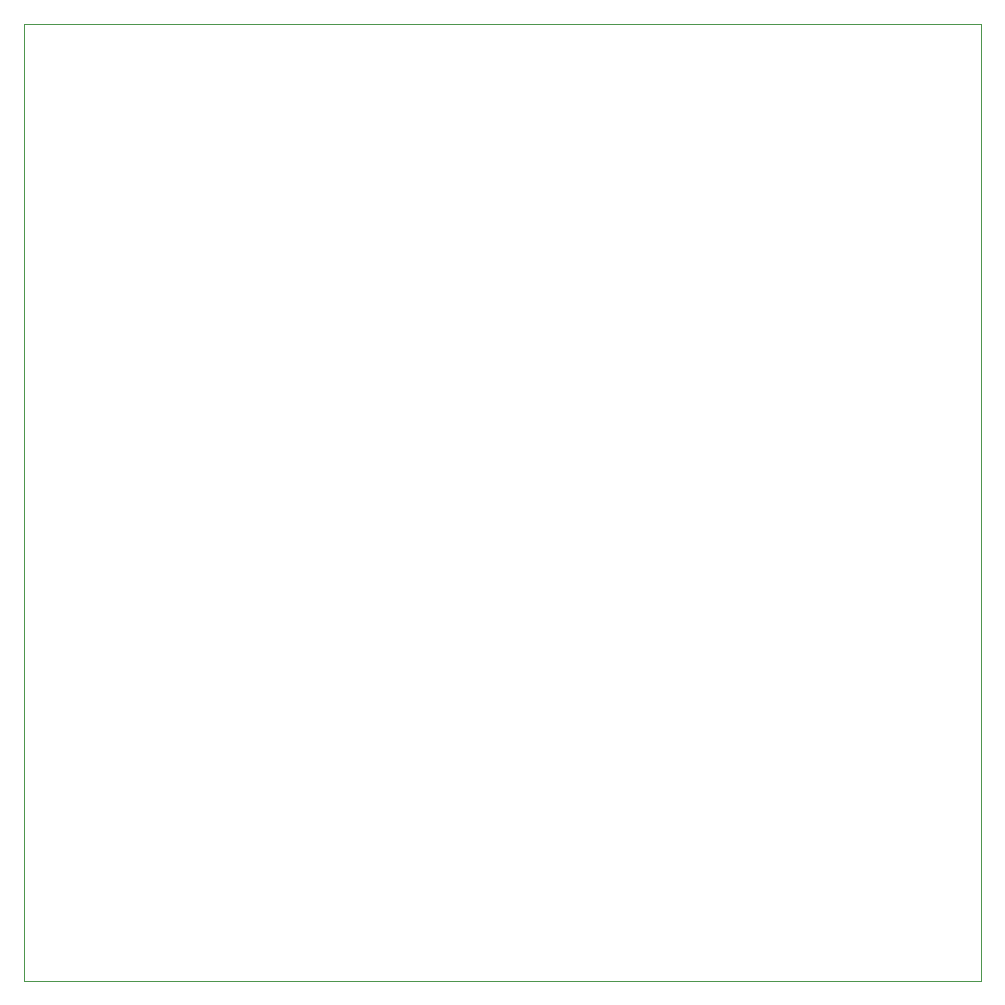
<source format=gbr>
%TF.GenerationSoftware,KiCad,Pcbnew,8.0.8*%
%TF.CreationDate,2025-02-19T09:22:27+05:45*%
%TF.ProjectId,MacroPad PCB,4d616372-6f50-4616-9420-5043422e6b69,rev?*%
%TF.SameCoordinates,Original*%
%TF.FileFunction,Profile,NP*%
%FSLAX46Y46*%
G04 Gerber Fmt 4.6, Leading zero omitted, Abs format (unit mm)*
G04 Created by KiCad (PCBNEW 8.0.8) date 2025-02-19 09:22:27*
%MOMM*%
%LPD*%
G01*
G04 APERTURE LIST*
%TA.AperFunction,Profile*%
%ADD10C,0.050000*%
%TD*%
G04 APERTURE END LIST*
D10*
X13805118Y-19830000D02*
X94805118Y-19830000D01*
X94805118Y-100830000D01*
X13805118Y-100830000D01*
X13805118Y-19830000D01*
M02*

</source>
